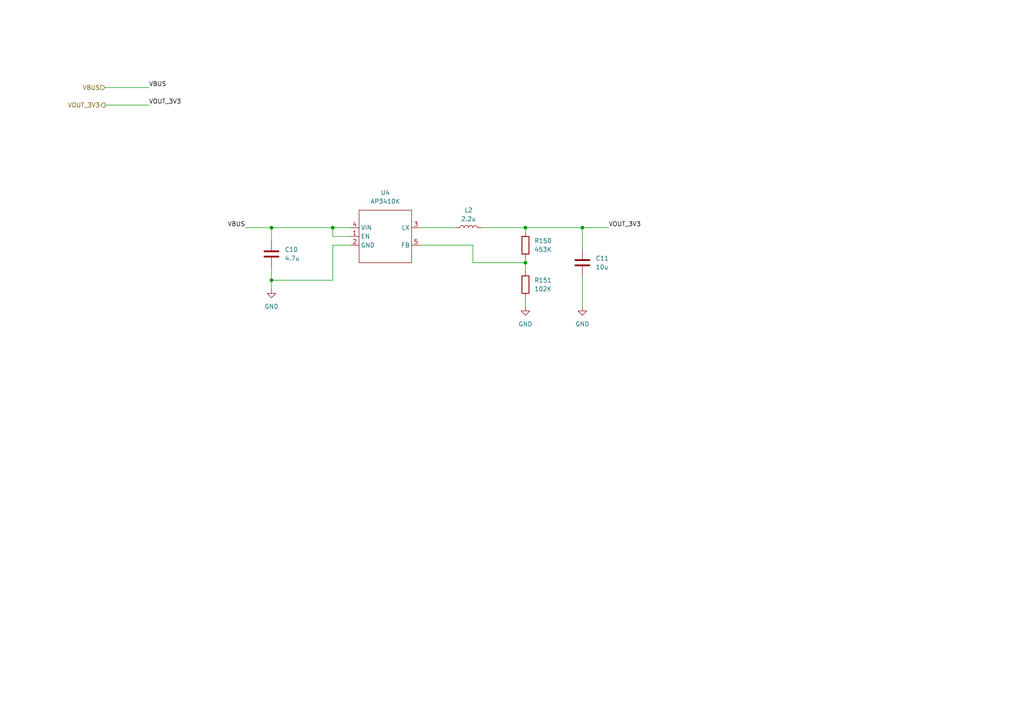
<source format=kicad_sch>
(kicad_sch (version 20230121) (generator eeschema)
  (paper "A4")
  (lib_symbols
    (symbol "Device:C" (pin_numbers hide) (pin_names (offset 0.254))
      (property "Reference" "C" (at 0.635 2.54 0))
      (property "Value" "C" (at 0.635 -2.54 0))
      (symbol "C_0_1"
        (polyline (pts (xy -2.032 -0.762) (xy 2.032 -0.762)) (stroke (width 0.508)))
        (polyline (pts (xy -2.032 0.762) (xy 2.032 0.762)) (stroke (width 0.508)))
      )
      (symbol "C_1_1"
        (pin passive line (at 0 3.81 270) (length 2.794) (name "~") (number "1"))
        (pin passive line (at 0 -3.81 90) (length 2.794) (name "~") (number "2"))
      )
    )
    (symbol "Device:L" (pin_numbers hide) (pin_names (offset 1.016) hide)
      (property "Reference" "L" (at -1.27 0 90))
      (property "Value" "L" (at 1.905 0 90))
      (symbol "L_0_1"
        (arc (start 0 -2.54) (mid 0.6323 -1.905) (end 0 -1.27))
        (arc (start 0 -1.27) (mid 0.6323 -0.635) (end 0 0))
        (arc (start 0 0) (mid 0.6323 0.635) (end 0 1.27))
        (arc (start 0 1.27) (mid 0.6323 1.905) (end 0 2.54))
      )
      (symbol "L_1_1"
        (pin passive line (at 0 3.81 270) (length 1.27) (name "1") (number "1"))
        (pin passive line (at 0 -3.81 90) (length 1.27) (name "2") (number "2"))
      )
    )
    (symbol "Device:R" (pin_numbers hide) (pin_names (offset 0))
      (property "Reference" "R" (at 2.032 0 90))
      (property "Value" "R" (at 0 0 90))
      (symbol "R_0_1"
        (rectangle (start -1.016 -2.54) (end 1.016 2.54) (stroke (width 0.254)))
      )
      (symbol "R_1_1"
        (pin passive line (at 0 3.81 270) (length 1.27) (name "~") (number "1"))
        (pin passive line (at 0 -3.81 90) (length 1.27) (name "~") (number "2"))
      )
    )
    (symbol "IotPi_Regulator_Switching:AP3410K"
      (property "Reference" "U" (at 0 5.08 0))
      (property "Value" "AP3410K" (at 0 -5.08 0))
      (symbol "AP3410K_0_1"
        (rectangle (start -7.62 7.62) (end 7.62 -7.62))
      )
      (symbol "AP3410K_1_1"
        (pin input line (at -10.16 0 0) (length 2.54) (name "EN") (number "1"))
        (pin power_in line (at -10.16 -2.54 0) (length 2.54) (name "GND") (number "2"))
        (pin power_out line (at 10.16 2.54 180) (length 2.54) (name "LX") (number "3"))
        (pin power_in line (at -10.16 2.54 0) (length 2.54) (name "VIN") (number "4"))
        (pin input line (at 10.16 -2.54 180) (length 2.54) (name "FB") (number "5"))
      )
    )
    (symbol "power:GND" (power) (pin_names (offset 0))
      (property "Value" "GND" (at 0 -3.81 0))
      (symbol "GND_0_1"
        (polyline (pts (xy 0 0) (xy 0 -1.27) (xy 1.27 -1.27) (xy 0 -2.54) (xy -1.27 -1.27) (xy 0 -1.27)))
      )
      (symbol "GND_1_1"
        (pin power_in line (at 0 0 270) (length 0) hide (name "GND") (number "1"))
      )
    )
  )
  (junction (at 168.91 66.04))
  (junction (at 96.52 66.04))
  (junction (at 152.4 66.04))
  (junction (at 152.4 76.2))
  (junction (at 78.74 66.04))
  (junction (at 78.74 81.28))
  (wire (pts (xy 168.91 80.01) (xy 168.91 88.9)))
  (wire (pts (xy 96.52 66.04) (xy 78.74 66.04)))
  (wire (pts (xy 137.16 71.12) (xy 137.16 76.2)))
  (wire (pts (xy 30.48 30.48) (xy 43.18 30.48)))
  (wire (pts (xy 78.74 81.28) (xy 96.52 81.28)))
  (wire (pts (xy 96.52 81.28) (xy 96.52 71.12)))
  (wire (pts (xy 152.4 76.2) (xy 152.4 78.74)))
  (wire (pts (xy 168.91 66.04) (xy 176.53 66.04)))
  (wire (pts (xy 96.52 68.58) (xy 96.52 66.04)))
  (wire (pts (xy 152.4 74.93) (xy 152.4 76.2)))
  (wire (pts (xy 168.91 66.04) (xy 168.91 72.39)))
  (wire (pts (xy 101.6 68.58) (xy 96.52 68.58)))
  (wire (pts (xy 121.92 71.12) (xy 137.16 71.12)))
  (wire (pts (xy 78.74 77.47) (xy 78.74 81.28)))
  (wire (pts (xy 101.6 66.04) (xy 96.52 66.04)))
  (wire (pts (xy 152.4 66.04) (xy 168.91 66.04)))
  (wire (pts (xy 152.4 86.36) (xy 152.4 88.9)))
  (wire (pts (xy 78.74 66.04) (xy 78.74 69.85)))
  (wire (pts (xy 137.16 76.2) (xy 152.4 76.2)))
  (wire (pts (xy 121.92 66.04) (xy 132.08 66.04)))
  (wire (pts (xy 152.4 66.04) (xy 152.4 67.31)))
  (wire (pts (xy 78.74 66.04) (xy 71.12 66.04)))
  (wire (pts (xy 78.74 81.28) (xy 78.74 83.82)))
  (wire (pts (xy 139.7 66.04) (xy 152.4 66.04)))
  (wire (pts (xy 30.48 25.4) (xy 43.18 25.4)))
  (wire (pts (xy 96.52 71.12) (xy 101.6 71.12)))
  (label "VOUT_3V3" (at 176.53 66.04 0))
  (label "VOUT_3V3" (at 43.18 30.48 0))
  (label "VBUS" (at 43.18 25.4 0))
  (label "VBUS" (at 71.12 66.04 180))
  (hierarchical_label "VBUS" (shape input) (at 30.48 25.4 180))
  (hierarchical_label "VOUT_3V3" (shape output) (at 30.48 30.48 180))
  (symbol (lib_id "IotPi_Regulator_Switching:AP3410K") (at 111.76 68.58 0) (unit 1)
    (property "Reference" "U4" (at 111.76 55.88 0))
    (property "Value" "AP3410K" (at 111.76 58.42 0))
    (property "Footprint" "Package_TO_SOT_SMD:SOT-23-5_HandSoldering" (effects hide))
    (property "Datasheet" "https://www.diodes.com/assets/Datasheets/products_inactive_data/AP3410.pdf" (effects hide))
    (property "Description" "功能类型: 降压型 同步整流: 是 输出类型: 可调 输出通道数: 1 拓扑结构: 降压式 输入电压: 2.5V~5.5V 输出电压:" (effects hide))
    (property "LCSC" "C82763" (effects hide))
    (property "Vendor" "DIODES(美台)" (effects hide))
    (property "Vendor Model" "AP3410KTR-G1" (effects hide))
  )
  (symbol (lib_id "power:GND") (at 152.4 88.9 0) (unit 1)
    (property "Reference" "#PWR012" (effects hide))
    (property "Value" "GND" (at 152.4 93.98 0))
  )
  (symbol (lib_id "Device:C") (at 78.74 73.66 0) (unit 1)
    (property "Reference" "C10" (at 82.55 72.39 0) (effects (justify left)))
    (property "Value" "4.7u" (at 82.55 74.93 0) (effects (justify left)))
    (property "Footprint" "Capacitor_SMD:C_0805_2012Metric_Pad1.18x1.45mm_HandSolder" (effects hide))
    (property "Description" "容值: 4.7uF 精度: ±10% 额定电压: 25V 材质(温度系数): X5R 材质:X5R" (effects hide))
    (property "LCSC" "C1779" (effects hide))
    (property "Vendor" "SAMSUNG(三星)" (effects hide))
    (property "Vendor Model" "CL21A475KAQNNNE" (effects hide))
  )
  (symbol (lib_id "Device:R") (at 152.4 71.12 0) (unit 1)
    (property "Reference" "R150" (at 154.94 69.85 0) (effects (justify left)))
    (property "Value" "453K" (at 154.94 72.39 0) (effects (justify left)))
    (property "Footprint" "Resistor_SMD:R_0805_2012Metric_Pad1.20x1.40mm_HandSolder" (effects hide))
    (property "Description" "电阻类型: 厚膜电阻 阻值: 453kΩ 精度: ±1% 功率: 0.125W 温度系数: ±100ppm/℃ 工作温度范围: -55℃~+155℃" (effects hide))
    (property "LCSC" "C204515" (effects hide))
    (property "Vendor" "BOURNS" (effects hide))
    (property "Vendor Model" "CR0805-FX-4533ELF" (effects hide))
  )
  (symbol (lib_id "power:GND") (at 78.74 83.82 0) (unit 1)
    (property "Reference" "#PWR011" (effects hide))
    (property "Value" "GND" (at 78.74 88.9 0))
  )
  (symbol (lib_id "Device:L") (at 135.89 66.04 90) (unit 1)
    (property "Reference" "L2" (at 135.89 60.96 90))
    (property "Value" "2.2u" (at 135.89 63.5 90))
    (property "Footprint" "Inductor_SMD:L_Sunlord_SWPA3015S" (effects hide))
    (property "Description" "电感值:2.2uH,直流电阻(DCR):78mΩ,类型:-,精度:±30%,车规等级:-,额定电流:1.6A,饱和电流(Isat):2A" (effects hide))
    (property "LCSC" "C19734" (effects hide))
    (property "Vendor" "Sunlord(顺络)" (effects hide))
    (property "Vendor Model" "SWPA3015S2R2NT" (effects hide))
  )
  (symbol (lib_id "Device:R") (at 152.4 82.55 0) (unit 1)
    (property "Reference" "R151" (at 154.94 81.28 0) (effects (justify left)))
    (property "Value" "102K" (at 154.94 83.82 0) (effects (justify left)))
    (property "Footprint" "Resistor_SMD:R_0805_2012Metric_Pad1.20x1.40mm_HandSolder" (effects hide))
    (property "Description" "电阻类型: 厚膜电阻 阻值: 102kΩ 精度: ±1% 功率: 125mW 温度系数: ±100ppm/℃ 最大工作电压: 150V 工作温" (effects hide))
    (property "LCSC" "C228247" (effects hide))
    (property "Vendor" "YAGEO(国巨)" (effects hide))
    (property "Vendor Model" "AC0805FR-07102KL" (effects hide))
  )
  (symbol (lib_id "power:GND") (at 168.91 88.9 0) (unit 1)
    (property "Reference" "#PWR013" (effects hide))
    (property "Value" "GND" (at 168.91 93.98 0))
  )
  (symbol (lib_id "Device:C") (at 168.91 76.2 0) (unit 1)
    (property "Reference" "C11" (at 172.72 74.93 0) (effects (justify left)))
    (property "Value" "10u" (at 172.72 77.47 0) (effects (justify left)))
    (property "Footprint" "Capacitor_SMD:C_0805_2012Metric_Pad1.18x1.45mm_HandSolder" (effects hide))
    (property "Description" "容值: 10uF 精度: ±10% 额定电压: 25V 材质(温度系数): X5R 材质:X5R 每盘2000个 7''REEL" (effects hide))
    (property "LCSC" "C15850" (effects hide))
    (property "Vendor" "SAMSUNG(三星)" (effects hide))
    (property "Vendor Model" "CL21A106KAYNNNE" (effects hide))
  )
)
</source>
